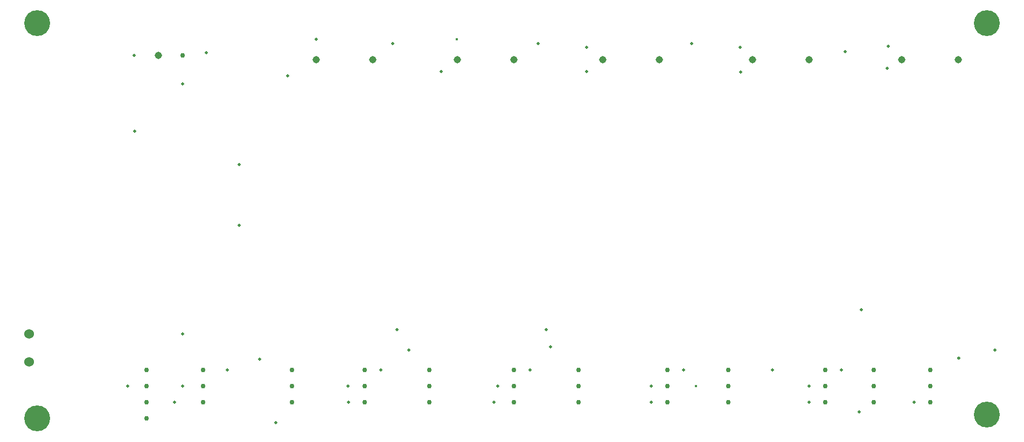
<source format=gbr>
G04 PROTEUS GERBER X2 FILE*
%TF.GenerationSoftware,Labcenter,Proteus,8.7-SP3-Build25561*%
%TF.CreationDate,2021-05-23T19:26:12+00:00*%
%TF.FileFunction,Plated,1,6,PTH*%
%TF.FilePolarity,Positive*%
%TF.Part,Single*%
%TF.SameCoordinates,{495e9ac3-030e-4fb4-ac65-1a152484cd29}*%
%FSLAX45Y45*%
%MOMM*%
G01*
%TA.AperFunction,ViaDrill*%
%ADD141C,0.381000*%
%ADD142C,0.508000*%
%TA.AperFunction,ComponentDrill*%
%ADD143C,1.524000*%
%ADD144C,1.143000*%
%ADD145C,0.762000*%
%TA.AperFunction,OtherDrill,Unknown*%
%ADD146C,4.064000*%
%TD.AperFunction*%
D141*
X+1145382Y-2682923D03*
D142*
X-1079500Y-2730500D03*
X-2032000Y-3556000D03*
X-1524000Y-3048000D03*
X-1270000Y-2413000D03*
X+825500Y-3048000D03*
X+319343Y-3295127D03*
X+254000Y-3556000D03*
X+2730500Y-3302000D03*
X+2730500Y-3556000D03*
X-2039404Y-3298486D03*
X-2033394Y-3554606D03*
X+5207000Y-3302000D03*
X+5207000Y-3556000D03*
X+6032500Y-2095500D03*
X+3238500Y-3048000D03*
X+1079500Y-2413000D03*
X+1143584Y-2681125D03*
D141*
X-3424759Y-2876572D03*
D142*
X+6858000Y-3556000D03*
D141*
X-4635500Y-3302000D03*
D142*
X+5715000Y-3048000D03*
D141*
X+7556500Y-2857500D03*
X+3429000Y-3302000D03*
D142*
X-3937000Y-3048000D03*
X-4635657Y-3301843D03*
X-4762500Y-3556000D03*
X+4635500Y-3048000D03*
X+5995294Y-3705851D03*
X+8128000Y-2730500D03*
X+7558600Y-2855400D03*
X-5497414Y-3295974D03*
X-2984500Y+1587500D03*
X-571500Y+1651000D03*
X+1714500Y+1651000D03*
X+4134346Y+1645009D03*
X+5778500Y+1968500D03*
X+6437156Y+1707029D03*
X+3365500Y+2095500D03*
X+952500Y+2095500D03*
X-1333500Y+2095500D03*
X-4635500Y-2476500D03*
X-3429000Y-2876572D03*
X-3175000Y-3873500D03*
X-3749845Y-768079D03*
X-3746500Y+190500D03*
X-5397500Y+1905000D03*
X-4635500Y+1460500D03*
X-4263961Y+1955083D03*
X-5394560Y+718686D03*
D141*
X-324557Y+2163862D03*
D142*
X-2540000Y+2159000D03*
X+1714500Y+2032000D03*
X+4127500Y+2032000D03*
X+6451454Y+2056329D03*
D143*
X-7048500Y-2476500D03*
X-7048500Y-2921000D03*
D144*
X-1651000Y+1841500D03*
D145*
X-2921000Y-3556000D03*
X-2921000Y-3048000D03*
X-2921000Y-3302000D03*
D144*
X+571500Y+1841500D03*
D145*
X-762000Y-3556000D03*
X-762000Y-3302000D03*
X-762000Y-3048000D03*
X+1587500Y-3302000D03*
X+1587500Y-3556000D03*
X+1587500Y-3048000D03*
D144*
X+2857500Y+1841500D03*
D145*
X+3937000Y-3556000D03*
X+6223000Y-3556000D03*
X+3937000Y-3048000D03*
X+6223000Y-3048000D03*
X+3937000Y-3302000D03*
X+6223000Y-3302000D03*
D144*
X+5207000Y+1841500D03*
X+7556500Y+1841500D03*
D145*
X+7112000Y-3302000D03*
X+5461000Y-3302000D03*
X+2984500Y-3302000D03*
X+571500Y-3302000D03*
X-1778000Y-3302000D03*
X+7112000Y-3556000D03*
X+5461000Y-3556000D03*
X+2984500Y-3556000D03*
X+571500Y-3556000D03*
X-1778000Y-3556000D03*
X+7112000Y-3048000D03*
X+5461000Y-3048000D03*
X+2984500Y-3048000D03*
X+571500Y-3048000D03*
X-1778000Y-3048000D03*
D144*
X+6667500Y+1841500D03*
X+4318000Y+1841500D03*
X+1968500Y+1841500D03*
X-317500Y+1841500D03*
X-2540000Y+1841500D03*
X-5016500Y+1905000D03*
D145*
X-4318000Y-3556000D03*
X-4318000Y-3048000D03*
X-4318000Y-3302000D03*
D146*
X-6921500Y-3810000D03*
X-6921500Y+2413000D03*
X+8001000Y+2413000D03*
X+8001000Y-3746500D03*
D145*
X-5207000Y-3048000D03*
X-5207000Y-3302000D03*
X-5207000Y-3556000D03*
X-5207000Y-3810000D03*
X-4635500Y+1905000D03*
M02*

</source>
